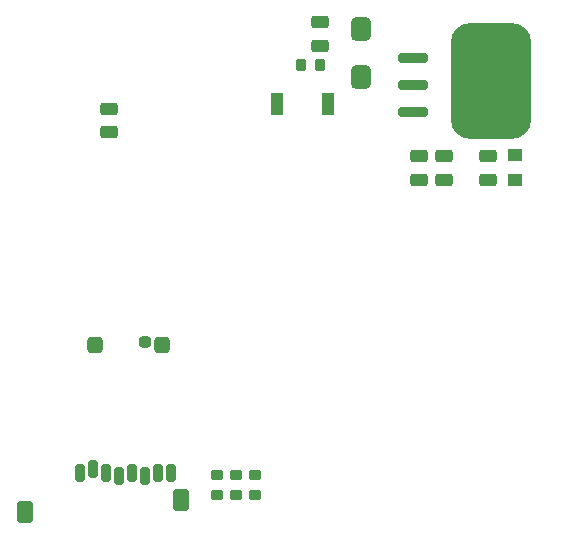
<source format=gbp>
G04*
G04 #@! TF.GenerationSoftware,Altium Limited,Altium Designer,20.2.5 (213)*
G04*
G04 Layer_Color=128*
%FSLAX25Y25*%
%MOIN*%
G70*
G04*
G04 #@! TF.SameCoordinates,36CD812C-5D22-435A-9ACA-62E3915E2B62*
G04*
G04*
G04 #@! TF.FilePolarity,Positive*
G04*
G01*
G75*
G04:AMPARAMS|DCode=15|XSize=39.37mil|YSize=35.43mil|CornerRadius=8.86mil|HoleSize=0mil|Usage=FLASHONLY|Rotation=90.000|XOffset=0mil|YOffset=0mil|HoleType=Round|Shape=RoundedRectangle|*
%AMROUNDEDRECTD15*
21,1,0.03937,0.01772,0,0,90.0*
21,1,0.02165,0.03543,0,0,90.0*
1,1,0.01772,0.00886,0.01083*
1,1,0.01772,0.00886,-0.01083*
1,1,0.01772,-0.00886,-0.01083*
1,1,0.01772,-0.00886,0.01083*
%
%ADD15ROUNDEDRECTD15*%
G04:AMPARAMS|DCode=21|XSize=39.37mil|YSize=35.43mil|CornerRadius=8.86mil|HoleSize=0mil|Usage=FLASHONLY|Rotation=180.000|XOffset=0mil|YOffset=0mil|HoleType=Round|Shape=RoundedRectangle|*
%AMROUNDEDRECTD21*
21,1,0.03937,0.01772,0,0,180.0*
21,1,0.02165,0.03543,0,0,180.0*
1,1,0.01772,-0.01083,0.00886*
1,1,0.01772,0.01083,0.00886*
1,1,0.01772,0.01083,-0.00886*
1,1,0.01772,-0.01083,-0.00886*
%
%ADD21ROUNDEDRECTD21*%
G04:AMPARAMS|DCode=23|XSize=59.84mil|YSize=43.31mil|CornerRadius=10.83mil|HoleSize=0mil|Usage=FLASHONLY|Rotation=180.000|XOffset=0mil|YOffset=0mil|HoleType=Round|Shape=RoundedRectangle|*
%AMROUNDEDRECTD23*
21,1,0.05984,0.02165,0,0,180.0*
21,1,0.03819,0.04331,0,0,180.0*
1,1,0.02165,-0.01909,0.01083*
1,1,0.02165,0.01909,0.01083*
1,1,0.02165,0.01909,-0.01083*
1,1,0.02165,-0.01909,-0.01083*
%
%ADD23ROUNDEDRECTD23*%
%ADD25R,0.05118X0.04331*%
G04:AMPARAMS|DCode=28|XSize=385.7mil|YSize=267.59mil|CornerRadius=64.9mil|HoleSize=0mil|Usage=FLASHONLY|Rotation=270.000|XOffset=0mil|YOffset=0mil|HoleType=Round|Shape=RoundedRectangle|*
%AMROUNDEDRECTD28*
21,1,0.38570,0.13780,0,0,270.0*
21,1,0.25591,0.26759,0,0,270.0*
1,1,0.12980,-0.06890,-0.12795*
1,1,0.12980,-0.06890,0.12795*
1,1,0.12980,0.06890,0.12795*
1,1,0.12980,0.06890,-0.12795*
%
%ADD28ROUNDEDRECTD28*%
G04:AMPARAMS|DCode=82|XSize=74.8mil|YSize=55.12mil|CornerRadius=13.78mil|HoleSize=0mil|Usage=FLASHONLY|Rotation=90.000|XOffset=0mil|YOffset=0mil|HoleType=Round|Shape=RoundedRectangle|*
%AMROUNDEDRECTD82*
21,1,0.07480,0.02756,0,0,90.0*
21,1,0.04724,0.05512,0,0,90.0*
1,1,0.02756,0.01378,0.02362*
1,1,0.02756,0.01378,-0.02362*
1,1,0.02756,-0.01378,-0.02362*
1,1,0.02756,-0.01378,0.02362*
%
%ADD82ROUNDEDRECTD82*%
G04:AMPARAMS|DCode=83|XSize=55.12mil|YSize=51.18mil|CornerRadius=12.8mil|HoleSize=0mil|Usage=FLASHONLY|Rotation=90.000|XOffset=0mil|YOffset=0mil|HoleType=Round|Shape=RoundedRectangle|*
%AMROUNDEDRECTD83*
21,1,0.05512,0.02559,0,0,90.0*
21,1,0.02953,0.05118,0,0,90.0*
1,1,0.02559,0.01280,0.01476*
1,1,0.02559,0.01280,-0.01476*
1,1,0.02559,-0.01280,-0.01476*
1,1,0.02559,-0.01280,0.01476*
%
%ADD83ROUNDEDRECTD83*%
G04:AMPARAMS|DCode=84|XSize=39.37mil|YSize=37.4mil|CornerRadius=9.35mil|HoleSize=0mil|Usage=FLASHONLY|Rotation=180.000|XOffset=0mil|YOffset=0mil|HoleType=Round|Shape=RoundedRectangle|*
%AMROUNDEDRECTD84*
21,1,0.03937,0.01870,0,0,180.0*
21,1,0.02067,0.03740,0,0,180.0*
1,1,0.01870,-0.01034,0.00935*
1,1,0.01870,0.01034,0.00935*
1,1,0.01870,0.01034,-0.00935*
1,1,0.01870,-0.01034,-0.00935*
%
%ADD84ROUNDEDRECTD84*%
G04:AMPARAMS|DCode=85|XSize=59.06mil|YSize=31.5mil|CornerRadius=7.87mil|HoleSize=0mil|Usage=FLASHONLY|Rotation=90.000|XOffset=0mil|YOffset=0mil|HoleType=Round|Shape=RoundedRectangle|*
%AMROUNDEDRECTD85*
21,1,0.05906,0.01575,0,0,90.0*
21,1,0.04331,0.03150,0,0,90.0*
1,1,0.01575,0.00787,0.02165*
1,1,0.01575,0.00787,-0.02165*
1,1,0.01575,-0.00787,-0.02165*
1,1,0.01575,-0.00787,0.02165*
%
%ADD85ROUNDEDRECTD85*%
G04:AMPARAMS|DCode=86|XSize=78.74mil|YSize=66.93mil|CornerRadius=16.73mil|HoleSize=0mil|Usage=FLASHONLY|Rotation=270.000|XOffset=0mil|YOffset=0mil|HoleType=Round|Shape=RoundedRectangle|*
%AMROUNDEDRECTD86*
21,1,0.07874,0.03347,0,0,270.0*
21,1,0.04528,0.06693,0,0,270.0*
1,1,0.03346,-0.01673,-0.02264*
1,1,0.03346,-0.01673,0.02264*
1,1,0.03346,0.01673,0.02264*
1,1,0.03346,0.01673,-0.02264*
%
%ADD86ROUNDEDRECTD86*%
%ADD87R,0.04331X0.07677*%
G04:AMPARAMS|DCode=96|XSize=31.37mil|YSize=98.3mil|CornerRadius=5.84mil|HoleSize=0mil|Usage=FLASHONLY|Rotation=270.000|XOffset=0mil|YOffset=0mil|HoleType=Round|Shape=RoundedRectangle|*
%AMROUNDEDRECTD96*
21,1,0.03137,0.08661,0,0,270.0*
21,1,0.01968,0.09830,0,0,270.0*
1,1,0.01169,-0.04331,-0.00984*
1,1,0.01169,-0.04331,0.00984*
1,1,0.01169,0.04331,0.00984*
1,1,0.01169,0.04331,-0.00984*
%
%ADD96ROUNDEDRECTD96*%
D15*
X125394Y153839D02*
D03*
X131693D02*
D03*
D21*
X109843Y17323D02*
D03*
Y10630D02*
D03*
X103543Y17323D02*
D03*
Y10630D02*
D03*
X97441Y17323D02*
D03*
Y10630D02*
D03*
D23*
X187593Y123622D02*
D03*
Y115748D02*
D03*
X61319Y139469D02*
D03*
Y131595D02*
D03*
X173105Y115748D02*
D03*
Y123622D02*
D03*
X164758Y115748D02*
D03*
Y123622D02*
D03*
X131732Y168307D02*
D03*
Y160433D02*
D03*
D25*
X196648Y124084D02*
D03*
Y115817D02*
D03*
D28*
X188779Y148524D02*
D03*
D82*
X33465Y4921D02*
D03*
X85236Y8858D02*
D03*
D83*
X56496Y60630D02*
D03*
X78937D02*
D03*
D84*
X73465Y61516D02*
D03*
D85*
X82126Y17874D02*
D03*
X77795D02*
D03*
X73465Y17087D02*
D03*
X69134Y17874D02*
D03*
X64803Y17087D02*
D03*
X60473Y17874D02*
D03*
X56142Y19449D02*
D03*
X51811Y17874D02*
D03*
D86*
X145374Y150098D02*
D03*
Y165847D02*
D03*
D87*
X134350Y141043D02*
D03*
X117421D02*
D03*
D96*
X162665Y138268D02*
D03*
Y147324D02*
D03*
Y156379D02*
D03*
M02*

</source>
